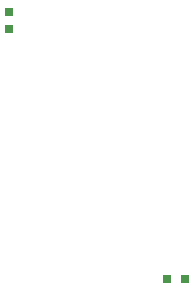
<source format=gbr>
G04 EAGLE Gerber RS-274X export*
G75*
%MOMM*%
%FSLAX34Y34*%
%LPD*%
%INSolderpaste Top*%
%IPPOS*%
%AMOC8*
5,1,8,0,0,1.08239X$1,22.5*%
G01*
%ADD10R,0.800000X0.800000*%


D10*
X-92075Y251975D03*
X-92075Y236975D03*
X41713Y25400D03*
X56713Y25400D03*
M02*

</source>
